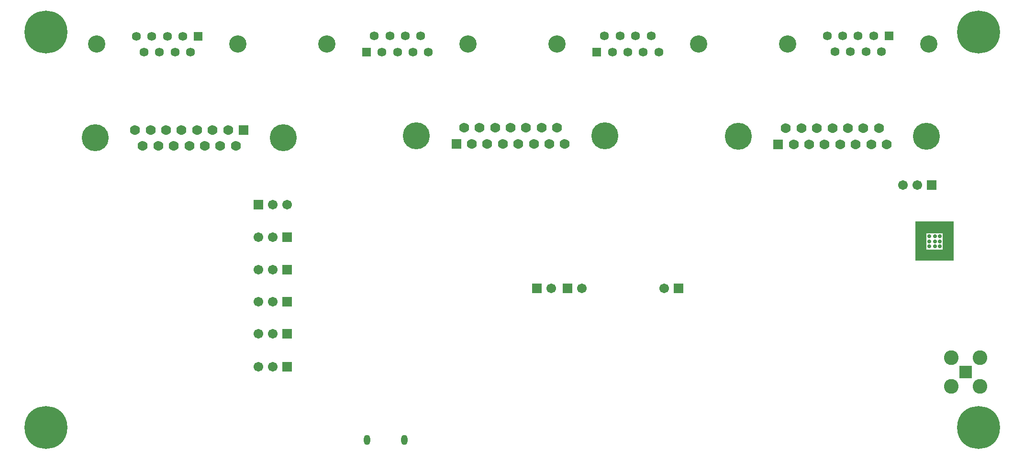
<source format=gbs>
G04*
G04 #@! TF.GenerationSoftware,Altium Limited,Altium Designer,20.0.11 (256)*
G04*
G04 Layer_Color=16711935*
%FSLAX25Y25*%
%MOIN*%
G70*
G01*
G75*
%ADD112R,0.06706X0.06706*%
%ADD175R,0.06942X0.06942*%
%ADD176C,0.06942*%
%ADD177C,0.18812*%
%ADD178C,0.12008*%
%ADD179R,0.06260X0.06260*%
%ADD180C,0.06260*%
%ADD181C,0.06706*%
%ADD182C,0.02800*%
%ADD183R,0.09150X0.09150*%
%ADD184C,0.10243*%
%ADD185O,0.04343X0.07099*%
%ADD186C,0.29934*%
G36*
X632314Y116448D02*
X605543D01*
Y143614D01*
X632314D01*
Y116448D01*
D02*
G37*
%LPC*%
G36*
X613417Y135533D02*
Y124135D01*
X617240D01*
X624736Y124135D01*
X624735Y135533D01*
X613417Y135533D01*
D02*
G37*
%LPD*%
D112*
X168112Y42541D02*
D03*
Y65261D02*
D03*
Y87707D02*
D03*
Y110154D02*
D03*
Y132601D02*
D03*
X148112Y155349D02*
D03*
X617118Y169097D02*
D03*
X440775Y97168D02*
D03*
X342054D02*
D03*
X363370D02*
D03*
D175*
X285894Y197752D02*
D03*
X137707Y207514D02*
D03*
X510116Y197529D02*
D03*
D176*
X296682Y197752D02*
D03*
X307469D02*
D03*
X318256D02*
D03*
X329123D02*
D03*
X339910D02*
D03*
X350697D02*
D03*
X361485D02*
D03*
X291288Y208933D02*
D03*
X302075D02*
D03*
X312902D02*
D03*
X323689D02*
D03*
X334477D02*
D03*
X345304D02*
D03*
X356091D02*
D03*
X67510Y196333D02*
D03*
X78297D02*
D03*
X89124D02*
D03*
X99911D02*
D03*
X110699D02*
D03*
X121526D02*
D03*
X132313D02*
D03*
X62116Y207514D02*
D03*
X72903D02*
D03*
X83691D02*
D03*
X94478D02*
D03*
X105344D02*
D03*
X116132D02*
D03*
X126919D02*
D03*
X580313Y208711D02*
D03*
X569526D02*
D03*
X558699D02*
D03*
X547912D02*
D03*
X537124D02*
D03*
X526298D02*
D03*
X515510D02*
D03*
X585707Y197529D02*
D03*
X574920D02*
D03*
X564132D02*
D03*
X553345D02*
D03*
X542479D02*
D03*
X531691D02*
D03*
X520904D02*
D03*
D177*
X258099Y203342D02*
D03*
X389280D02*
D03*
X34321Y201923D02*
D03*
X165502D02*
D03*
X613502Y203120D02*
D03*
X482321D02*
D03*
D178*
X294175Y267381D02*
D03*
X195789D02*
D03*
X133735Y267229D02*
D03*
X35350D02*
D03*
X356202Y267381D02*
D03*
X454588D02*
D03*
X516622Y267511D02*
D03*
X615007D02*
D03*
D179*
X223387Y261791D02*
D03*
X106137Y272819D02*
D03*
X383801Y261791D02*
D03*
X587409Y273101D02*
D03*
D180*
X234175Y261791D02*
D03*
X244962D02*
D03*
X255750D02*
D03*
X266537D02*
D03*
X228781Y272972D02*
D03*
X239569D02*
D03*
X250356D02*
D03*
X261143D02*
D03*
X68381Y261638D02*
D03*
X79168D02*
D03*
X89956D02*
D03*
X100743D02*
D03*
X62987Y272819D02*
D03*
X73775D02*
D03*
X84562D02*
D03*
X95350D02*
D03*
X421556Y272972D02*
D03*
X410769D02*
D03*
X399982D02*
D03*
X389194D02*
D03*
X426950Y261791D02*
D03*
X416163D02*
D03*
X405375D02*
D03*
X394588D02*
D03*
X576622Y273101D02*
D03*
X565834D02*
D03*
X555047D02*
D03*
X544259D02*
D03*
X582015Y261920D02*
D03*
X571228D02*
D03*
X560440D02*
D03*
X549653D02*
D03*
D181*
X158112Y42541D02*
D03*
X148112D02*
D03*
Y65261D02*
D03*
X158112D02*
D03*
X148112Y87707D02*
D03*
X158112D02*
D03*
X148112Y110154D02*
D03*
X158112D02*
D03*
Y132601D02*
D03*
X148112D02*
D03*
X168112Y155349D02*
D03*
X158112D02*
D03*
X607118Y169097D02*
D03*
X597118D02*
D03*
X430775Y97168D02*
D03*
X352054D02*
D03*
X373370D02*
D03*
D182*
X619322Y129834D02*
D03*
Y133377D02*
D03*
Y126291D02*
D03*
X622865D02*
D03*
Y133377D02*
D03*
Y129834D02*
D03*
X615385Y126291D02*
D03*
Y133377D02*
D03*
Y129834D02*
D03*
D183*
X640744Y38853D02*
D03*
D184*
X650744Y28853D02*
D03*
X630744D02*
D03*
Y48853D02*
D03*
X650744D02*
D03*
D185*
X223675Y-8747D02*
D03*
X249659D02*
D03*
D186*
X649606Y0D02*
D03*
Y275590D02*
D03*
X0Y0D02*
D03*
Y275590D02*
D03*
M02*

</source>
